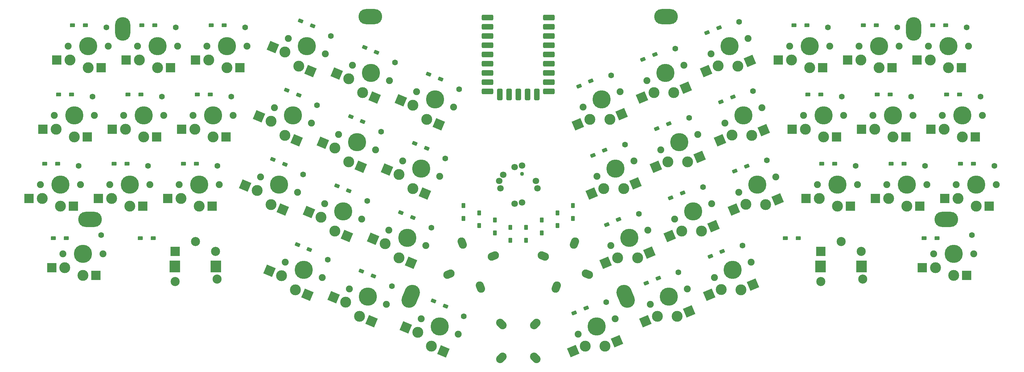
<source format=gbr>
%TF.GenerationSoftware,KiCad,Pcbnew,7.0.10*%
%TF.CreationDate,2025-01-07T08:37:08+09:00*%
%TF.ProjectId,editor,65646974-6f72-42e6-9b69-6361645f7063,rev?*%
%TF.SameCoordinates,Original*%
%TF.FileFunction,Soldermask,Bot*%
%TF.FilePolarity,Negative*%
%FSLAX46Y46*%
G04 Gerber Fmt 4.6, Leading zero omitted, Abs format (unit mm)*
G04 Created by KiCad (PCBNEW 7.0.10) date 2025-01-07 08:37:08*
%MOMM*%
%LPD*%
G01*
G04 APERTURE LIST*
G04 Aperture macros list*
%AMRoundRect*
0 Rectangle with rounded corners*
0 $1 Rounding radius*
0 $2 $3 $4 $5 $6 $7 $8 $9 X,Y pos of 4 corners*
0 Add a 4 corners polygon primitive as box body*
4,1,4,$2,$3,$4,$5,$6,$7,$8,$9,$2,$3,0*
0 Add four circle primitives for the rounded corners*
1,1,$1+$1,$2,$3*
1,1,$1+$1,$4,$5*
1,1,$1+$1,$6,$7*
1,1,$1+$1,$8,$9*
0 Add four rect primitives between the rounded corners*
20,1,$1+$1,$2,$3,$4,$5,0*
20,1,$1+$1,$4,$5,$6,$7,0*
20,1,$1+$1,$6,$7,$8,$9,0*
20,1,$1+$1,$8,$9,$2,$3,0*%
%AMHorizOval*
0 Thick line with rounded ends*
0 $1 width*
0 $2 $3 position (X,Y) of the first rounded end (center of the circle)*
0 $4 $5 position (X,Y) of the second rounded end (center of the circle)*
0 Add line between two ends*
20,1,$1,$2,$3,$4,$5,0*
0 Add two circle primitives to create the rounded ends*
1,1,$1,$2,$3*
1,1,$1,$4,$5*%
%AMRotRect*
0 Rectangle, with rotation*
0 The origin of the aperture is its center*
0 $1 length*
0 $2 width*
0 $3 Rotation angle, in degrees counterclockwise*
0 Add horizontal line*
21,1,$1,$2,0,0,$3*%
G04 Aperture macros list end*
%ADD10RoundRect,0.100000X0.600000X0.400000X-0.600000X0.400000X-0.600000X-0.400000X0.600000X-0.400000X0*%
%ADD11C,1.900000*%
%ADD12C,3.000000*%
%ADD13C,5.000000*%
%ADD14C,1.600000*%
%ADD15RotRect,2.600000X2.600000X22.619000*%
%ADD16R,2.600000X2.600000*%
%ADD17RoundRect,0.100000X-0.400000X0.600000X-0.400000X-0.600000X0.400000X-0.600000X0.400000X0.600000X0*%
%ADD18RoundRect,0.100000X0.400009X0.599994X-0.707690X0.138472X-0.400009X-0.599994X0.707690X-0.138472X0*%
%ADD19RotRect,2.600000X2.600000X337.381000*%
%ADD20RoundRect,0.100000X0.707690X0.138472X-0.400009X0.599994X-0.707690X-0.138472X0.400009X-0.599994X0*%
%ADD21R,2.500000X2.500000*%
%ADD22C,2.500000*%
%ADD23R,2.850000X3.300000*%
%ADD24HorizOval,2.200000X-0.457713X-0.188478X0.457713X0.188478X0*%
%ADD25HorizOval,2.200000X-0.188478X0.457713X0.188478X-0.457713X0*%
%ADD26HorizOval,2.200000X0.188478X-0.457713X-0.188478X0.457713X0*%
%ADD27HorizOval,2.200000X0.457713X0.188478X-0.457713X-0.188478X0*%
%ADD28O,6.500000X4.200000*%
%ADD29HorizOval,4.200000X0.442292X-1.061545X-0.442292X1.061545X0*%
%ADD30O,4.200000X6.500000*%
%ADD31C,1.100000*%
%ADD32C,1.800000*%
%ADD33RoundRect,0.400000X-1.200000X-0.400000X1.200000X-0.400000X1.200000X0.400000X-1.200000X0.400000X0*%
%ADD34RoundRect,0.400000X-0.400000X-1.200000X0.400000X-1.200000X0.400000X1.200000X-0.400000X1.200000X0*%
%ADD35HorizOval,2.200000X0.350018X-0.350018X-0.350018X0.350018X0*%
%ADD36HorizOval,2.200000X-0.350018X-0.350018X0.350018X0.350018X0*%
%ADD37HorizOval,2.200000X0.350018X0.350018X-0.350018X-0.350018X0*%
%ADD38HorizOval,2.200000X-0.350018X0.350018X0.350018X-0.350018X0*%
%ADD39HorizOval,2.200000X0.188470X0.457716X-0.188470X-0.457716X0*%
%ADD40HorizOval,2.200000X0.457716X-0.188470X-0.457716X0.188470X0*%
%ADD41HorizOval,2.200000X-0.457716X0.188470X0.457716X-0.188470X0*%
%ADD42HorizOval,2.200000X-0.188470X-0.457716X0.188470X0.457716X0*%
%ADD43HorizOval,4.200000X0.442292X1.061545X-0.442292X-1.061545X0*%
G04 APERTURE END LIST*
D10*
%TO.C,D34*%
X236780000Y-94900000D03*
X233230000Y-94900000D03*
%TD*%
D11*
%TO.C,SW32*%
X192862965Y-110142610D03*
D12*
X194785992Y-113458024D03*
D13*
X197939920Y-108027302D03*
D12*
X200209069Y-113473490D03*
D14*
X200574636Y-101350419D03*
D11*
X203016875Y-105911994D03*
D15*
X203509089Y-112098540D03*
X191485971Y-114832974D03*
%TD*%
D10*
%TO.C,D24*%
X271070000Y-75850000D03*
X267520000Y-75850000D03*
%TD*%
D11*
%TO.C,SW25*%
X18645000Y-100700000D03*
D12*
X19145000Y-104500000D03*
D13*
X24145000Y-100700000D03*
D12*
X24145000Y-106600000D03*
D14*
X29145000Y-95550000D03*
D11*
X29645000Y-100700000D03*
D16*
X27720000Y-106600000D03*
X15570000Y-104500000D03*
%TD*%
D17*
%TO.C,D52*%
X147725000Y-112425000D03*
X147725000Y-115975000D03*
%TD*%
D10*
%TO.C,D46*%
X264879000Y-115450000D03*
X261329000Y-115450000D03*
%TD*%
%TO.C,D26*%
X42470000Y-94900000D03*
X38920000Y-94900000D03*
%TD*%
D18*
%TO.C,D8*%
X187420572Y-64852144D03*
X184143628Y-66217480D03*
%TD*%
%TO.C,D9*%
X205005298Y-57525486D03*
X201728354Y-58890822D03*
%TD*%
D11*
%TO.C,SW40*%
X103473540Y-129357503D03*
D12*
X102473596Y-133057518D03*
D13*
X108550495Y-131472811D03*
D12*
X106281346Y-136918999D03*
D14*
X115146606Y-128641942D03*
D11*
X113627450Y-133588119D03*
D19*
X109581367Y-138293949D03*
X99173575Y-131682568D03*
%TD*%
D11*
%TO.C,SW34*%
X232005000Y-100700000D03*
D12*
X232505000Y-104500000D03*
D13*
X237505000Y-100700000D03*
D12*
X237505000Y-106600000D03*
D14*
X242505000Y-95550000D03*
D11*
X243005000Y-100700000D03*
D16*
X241080000Y-106600000D03*
X228930000Y-104500000D03*
%TD*%
D20*
%TO.C,D18*%
X124765972Y-90671188D03*
X121489028Y-89305852D03*
%TD*%
D10*
%TO.C,D1*%
X31040000Y-56800000D03*
X27490000Y-56800000D03*
%TD*%
D17*
%TO.C,D54*%
X139125000Y-108425000D03*
X139125000Y-111975000D03*
%TD*%
D11*
%TO.C,SW35*%
X251055000Y-100700000D03*
D12*
X251555000Y-104500000D03*
D13*
X256555000Y-100700000D03*
D12*
X256555000Y-106600000D03*
D14*
X261555000Y-95550000D03*
D11*
X262055000Y-100700000D03*
D16*
X260130000Y-106600000D03*
X247980000Y-104500000D03*
%TD*%
D21*
%TO.C,SW45*%
X232955000Y-119075000D03*
D22*
X244055000Y-119075000D03*
X232955000Y-127375000D03*
D23*
X232880000Y-123225000D03*
X244130000Y-123225000D03*
D22*
X244455000Y-126675000D03*
X238505000Y-116375000D03*
%TD*%
D11*
%TO.C,SW14*%
X41505000Y-81650000D03*
D12*
X42005000Y-85450000D03*
D13*
X47005000Y-81650000D03*
D12*
X47005000Y-87550000D03*
D14*
X52005000Y-76500000D03*
D11*
X52505000Y-81650000D03*
D16*
X50580000Y-87550000D03*
X38430000Y-85450000D03*
%TD*%
D18*
%TO.C,D43*%
X188299692Y-126398032D03*
X185022748Y-127763368D03*
%TD*%
D11*
%TO.C,SW18*%
X118127564Y-94188595D03*
D12*
X117127620Y-97888610D03*
D13*
X123204519Y-96303903D03*
D12*
X120935370Y-101750091D03*
D14*
X129800630Y-93473034D03*
D11*
X128281474Y-98419211D03*
D19*
X124235391Y-103125041D03*
X113827599Y-96513660D03*
%TD*%
D11*
%TO.C,SW39*%
X85888814Y-122030845D03*
D12*
X84888870Y-125730860D03*
D13*
X90965769Y-124146153D03*
D12*
X88696620Y-129592341D03*
D14*
X97561880Y-121315284D03*
D11*
X96042724Y-126261461D03*
D19*
X91996641Y-130967291D03*
X81588849Y-124355910D03*
%TD*%
D24*
%TO.C,SW47*%
X143032571Y-120311642D03*
D25*
X134447902Y-116734849D03*
D26*
X139455778Y-128896311D03*
D27*
X130871109Y-125319518D03*
%TD*%
D11*
%TO.C,SW6*%
X121937276Y-75138537D03*
D12*
X120937332Y-78838552D03*
D13*
X127014231Y-77253845D03*
D12*
X124745082Y-82700033D03*
D14*
X133610342Y-74422976D03*
D11*
X132091186Y-79369153D03*
D19*
X128045103Y-84074983D03*
X117637311Y-77463602D03*
%TD*%
D20*
%TO.C,D30*%
X120956260Y-109721245D03*
X117679316Y-108355909D03*
%TD*%
D11*
%TO.C,SW13*%
X22455000Y-81650000D03*
D12*
X22955000Y-85450000D03*
D13*
X27955000Y-81650000D03*
D12*
X27955000Y-87550000D03*
D14*
X32955000Y-76500000D03*
D11*
X33455000Y-81650000D03*
D16*
X31530000Y-87550000D03*
X19380000Y-85450000D03*
%TD*%
D11*
%TO.C,SW17*%
X100542838Y-86861937D03*
D12*
X99542894Y-90561952D03*
D13*
X105619793Y-88977245D03*
D12*
X103350644Y-94423433D03*
D14*
X112215904Y-86146376D03*
D11*
X110696748Y-91092553D03*
D19*
X106650665Y-95798383D03*
X96242873Y-89187002D03*
%TD*%
D11*
%TO.C,SW9*%
X202828266Y-64715838D03*
D12*
X204751293Y-68031252D03*
D13*
X207905221Y-62600530D03*
D12*
X210174370Y-68046718D03*
D14*
X210539937Y-55923647D03*
D11*
X212982176Y-60485222D03*
D15*
X213474390Y-66671768D03*
X201451272Y-69406202D03*
%TD*%
D28*
%TO.C,H2*%
X109280430Y-54413088D03*
%TD*%
D17*
%TO.C,D47*%
X134825000Y-106425000D03*
X134825000Y-109975000D03*
%TD*%
D10*
%TO.C,D45*%
X226779000Y-115450000D03*
X223229000Y-115450000D03*
%TD*%
D11*
%TO.C,SW11*%
X243435000Y-62600000D03*
D12*
X243935000Y-66400000D03*
D13*
X248935000Y-62600000D03*
D12*
X248935000Y-68500000D03*
D14*
X253935000Y-57450000D03*
D11*
X254435000Y-62600000D03*
D16*
X252510000Y-68500000D03*
X240360000Y-66400000D03*
%TD*%
D11*
%TO.C,SW30*%
X114317851Y-113238652D03*
D12*
X113317907Y-116938667D03*
D13*
X119394806Y-115353960D03*
D12*
X117125657Y-120800148D03*
D14*
X125990917Y-112523091D03*
D11*
X124471761Y-117469268D03*
D19*
X120425678Y-122175098D03*
X110017886Y-115563717D03*
%TD*%
D17*
%TO.C,D53*%
X152025000Y-112425000D03*
X152025000Y-115975000D03*
%TD*%
D10*
%TO.C,D14*%
X46280000Y-75850000D03*
X42730000Y-75850000D03*
%TD*%
D11*
%TO.C,SW43*%
X186122549Y-133588120D03*
D12*
X188045576Y-136903534D03*
D13*
X191199504Y-131472812D03*
D12*
X193468653Y-136919000D03*
D14*
X193834220Y-124795929D03*
D11*
X196276459Y-129357504D03*
D15*
X196768673Y-135544050D03*
X184745555Y-138278484D03*
%TD*%
D10*
%TO.C,D23*%
X252020000Y-75850000D03*
X248470000Y-75850000D03*
%TD*%
D11*
%TO.C,SW21*%
X206637979Y-83765895D03*
D12*
X208561006Y-87081309D03*
D13*
X211714934Y-81650587D03*
D12*
X213984083Y-87096775D03*
D14*
X214349650Y-74973704D03*
D11*
X216791889Y-79535279D03*
D15*
X217284103Y-85721825D03*
X205260985Y-88456259D03*
%TD*%
D10*
%TO.C,D10*%
X229160000Y-56800000D03*
X225610000Y-56800000D03*
%TD*%
D29*
%TO.C,H7*%
X179390407Y-131422164D03*
%TD*%
D10*
%TO.C,D3*%
X69140000Y-56800000D03*
X65590000Y-56800000D03*
%TD*%
D18*
%TO.C,D31*%
X177455270Y-110278916D03*
X174178326Y-111644252D03*
%TD*%
D11*
%TO.C,SW12*%
X262485000Y-62600000D03*
D12*
X262985000Y-66400000D03*
D13*
X267985000Y-62600000D03*
D12*
X267985000Y-68500000D03*
D14*
X272985000Y-57450000D03*
D11*
X273485000Y-62600000D03*
D16*
X271560000Y-68500000D03*
X259410000Y-66400000D03*
%TD*%
D18*
%TO.C,D21*%
X208815010Y-76575544D03*
X205538066Y-77940880D03*
%TD*%
D11*
%TO.C,SW44*%
X203707275Y-126261462D03*
D12*
X205630302Y-129576876D03*
D13*
X208784230Y-124146154D03*
D12*
X211053379Y-129592342D03*
D14*
X211418946Y-117469271D03*
D11*
X213861185Y-122030846D03*
D15*
X214353399Y-128217392D03*
X202330281Y-130951826D03*
%TD*%
D20*
%TO.C,D39*%
X92527223Y-118513438D03*
X89250279Y-117148102D03*
%TD*%
D30*
%TO.C,H4*%
X258460000Y-57837500D03*
%TD*%
D11*
%TO.C,SW41*%
X123256122Y-137600557D03*
D12*
X122256178Y-141300572D03*
D13*
X128333077Y-139715865D03*
D12*
X126063928Y-145162053D03*
D14*
X134929188Y-136884996D03*
D11*
X133410032Y-141831173D03*
D19*
X129363949Y-146537003D03*
X118956157Y-139925622D03*
%TD*%
D11*
%TO.C,SW3*%
X64365000Y-62600000D03*
D12*
X64865000Y-66400000D03*
D13*
X69865000Y-62600000D03*
D12*
X69865000Y-68500000D03*
D14*
X74865000Y-57450000D03*
D11*
X75365000Y-62600000D03*
D16*
X73440000Y-68500000D03*
X61290000Y-66400000D03*
%TD*%
D11*
%TO.C,SW42*%
X166339968Y-141831173D03*
D12*
X168262995Y-145146587D03*
D13*
X171416923Y-139715865D03*
D12*
X173686072Y-145162053D03*
D14*
X174051639Y-133038982D03*
D11*
X176493878Y-137600557D03*
D15*
X176986092Y-143787103D03*
X164962974Y-146521537D03*
%TD*%
D20*
%TO.C,D16*%
X89596520Y-76017872D03*
X86319576Y-74652536D03*
%TD*%
D18*
%TO.C,D32*%
X195039996Y-102952259D03*
X191763052Y-104317595D03*
%TD*%
D10*
%TO.C,D12*%
X267260000Y-56800000D03*
X263710000Y-56800000D03*
%TD*%
D20*
%TO.C,D17*%
X107181246Y-83344530D03*
X103904302Y-81979194D03*
%TD*%
D11*
%TO.C,SW26*%
X37695000Y-100700000D03*
D12*
X38195000Y-104500000D03*
D13*
X43195000Y-100700000D03*
D12*
X43195000Y-106600000D03*
D14*
X48195000Y-95550000D03*
D11*
X48695000Y-100700000D03*
D16*
X46770000Y-106600000D03*
X34620000Y-104500000D03*
%TD*%
D20*
%TO.C,D4*%
X93406233Y-56967815D03*
X90129289Y-55602479D03*
%TD*%
D31*
%TO.C,SW50*%
X150875000Y-97700000D03*
D32*
X150875000Y-105547938D03*
X154722938Y-99700000D03*
X148875000Y-95852062D03*
X150875000Y-95444289D03*
X145027062Y-101700000D03*
X145725000Y-98001850D03*
X148875000Y-105955711D03*
X155130711Y-101700000D03*
X144619289Y-99700000D03*
%TD*%
D10*
%TO.C,D13*%
X27230000Y-75850000D03*
X23680000Y-75850000D03*
%TD*%
D11*
%TO.C,SW2*%
X45315000Y-62600000D03*
D12*
X45815000Y-66400000D03*
D13*
X50815000Y-62600000D03*
D12*
X50815000Y-68500000D03*
D14*
X55815000Y-57450000D03*
D11*
X56315000Y-62600000D03*
D16*
X54390000Y-68500000D03*
X42240000Y-66400000D03*
%TD*%
D17*
%TO.C,D48*%
X164925000Y-106425000D03*
X164925000Y-109975000D03*
%TD*%
D10*
%TO.C,D37*%
X25801000Y-115450000D03*
X22251000Y-115450000D03*
%TD*%
D11*
%TO.C,SW10*%
X224385000Y-62600000D03*
D12*
X224885000Y-66400000D03*
D13*
X229885000Y-62600000D03*
D12*
X229885000Y-68500000D03*
D14*
X234885000Y-57450000D03*
D11*
X235385000Y-62600000D03*
D16*
X233460000Y-68500000D03*
X221310000Y-66400000D03*
%TD*%
D11*
%TO.C,SW1*%
X26265000Y-62600000D03*
D12*
X26765000Y-66400000D03*
D13*
X31765000Y-62600000D03*
D12*
X31765000Y-68500000D03*
D14*
X36765000Y-57450000D03*
D11*
X37265000Y-62600000D03*
D16*
X35340000Y-68500000D03*
X23190000Y-66400000D03*
%TD*%
D10*
%TO.C,D35*%
X255830000Y-94900000D03*
X252280000Y-94900000D03*
%TD*%
D11*
%TO.C,SW4*%
X86767824Y-60485222D03*
D12*
X85767880Y-64185237D03*
D13*
X91844779Y-62600530D03*
D12*
X89575630Y-68046718D03*
D14*
X98440890Y-59769661D03*
D11*
X96921734Y-64715838D03*
D19*
X92875651Y-69421668D03*
X82467859Y-62810287D03*
%TD*%
D11*
%TO.C,SW46*%
X263914000Y-119750000D03*
D12*
X264414000Y-123550000D03*
D13*
X269414000Y-119750000D03*
D12*
X269414000Y-125650000D03*
D14*
X274414000Y-114600000D03*
D11*
X274914000Y-119750000D03*
D16*
X272989000Y-125650000D03*
X260839000Y-123550000D03*
%TD*%
D10*
%TO.C,D22*%
X232970000Y-75850000D03*
X229420000Y-75850000D03*
%TD*%
D11*
%TO.C,SW20*%
X189053253Y-91092553D03*
D12*
X190976280Y-94407967D03*
D13*
X194130208Y-88977245D03*
D12*
X196399357Y-94423433D03*
D14*
X196764924Y-82300362D03*
D11*
X199207163Y-86861937D03*
D15*
X199699377Y-93048483D03*
X187676259Y-95782917D03*
%TD*%
D11*
%TO.C,SW28*%
X79148399Y-98585337D03*
D12*
X78148455Y-102285352D03*
D13*
X84225354Y-100700645D03*
D12*
X81956205Y-106146833D03*
D14*
X90821465Y-97869776D03*
D11*
X89302309Y-102815953D03*
D19*
X85256226Y-107521783D03*
X74848434Y-100910402D03*
%TD*%
D20*
%TO.C,D29*%
X103371534Y-102394588D03*
X100094590Y-101029252D03*
%TD*%
D11*
%TO.C,SW15*%
X60555000Y-81650000D03*
D12*
X61055000Y-85450000D03*
D13*
X66055000Y-81650000D03*
D12*
X66055000Y-87550000D03*
D14*
X71055000Y-76500000D03*
D11*
X71555000Y-81650000D03*
D16*
X69630000Y-87550000D03*
X57480000Y-85450000D03*
%TD*%
D11*
%TO.C,SW37*%
X24836000Y-119750000D03*
D12*
X25336000Y-123550000D03*
D13*
X30336000Y-119750000D03*
D12*
X30336000Y-125650000D03*
D14*
X35336000Y-114600000D03*
D11*
X35836000Y-119750000D03*
D16*
X33911000Y-125650000D03*
X21761000Y-123550000D03*
%TD*%
D18*
%TO.C,D19*%
X173645558Y-91228859D03*
X170368614Y-92594195D03*
%TD*%
D10*
%TO.C,D11*%
X248210000Y-56800000D03*
X244660000Y-56800000D03*
%TD*%
D18*
%TO.C,D44*%
X205884307Y-119071109D03*
X202607363Y-120436445D03*
%TD*%
D11*
%TO.C,SW29*%
X96733125Y-105911994D03*
D12*
X95733181Y-109612009D03*
D13*
X101810080Y-108027302D03*
D12*
X99540931Y-113473490D03*
D14*
X108406191Y-105196433D03*
D11*
X106887035Y-110142610D03*
D19*
X102840952Y-114848440D03*
X92433160Y-108237059D03*
%TD*%
D10*
%TO.C,D2*%
X50090000Y-56800000D03*
X46540000Y-56800000D03*
%TD*%
D14*
%TO.C,U1*%
X157495000Y-54734231D03*
D33*
X158295000Y-54734231D03*
D14*
X157495000Y-57274231D03*
D33*
X158295000Y-57274231D03*
D14*
X157495000Y-59814231D03*
D33*
X158295000Y-59814231D03*
D14*
X157495000Y-62354231D03*
D33*
X158295000Y-62354231D03*
D14*
X157495000Y-64894231D03*
D33*
X158295000Y-64894231D03*
D14*
X157495000Y-67434231D03*
D33*
X158295000Y-67434231D03*
D14*
X157495000Y-69974231D03*
D33*
X158295000Y-69974231D03*
D14*
X157495000Y-72514231D03*
D33*
X158295000Y-72514231D03*
D14*
X157495000Y-75054231D03*
D33*
X158295000Y-75054231D03*
D14*
X154955000Y-75054231D03*
D34*
X154955000Y-75854231D03*
D14*
X152415000Y-75054231D03*
D34*
X152415000Y-75854231D03*
D14*
X149875000Y-75054231D03*
D34*
X149875000Y-75854231D03*
D14*
X147335000Y-75054231D03*
D34*
X147335000Y-75854231D03*
D14*
X144795000Y-75054231D03*
D34*
X144795000Y-75854231D03*
D33*
X141455000Y-75054231D03*
D14*
X142255000Y-75054231D03*
D33*
X141455000Y-72514231D03*
D14*
X142255000Y-72514231D03*
D33*
X141455000Y-69974231D03*
D14*
X142255000Y-69974231D03*
D33*
X141455000Y-67434231D03*
D14*
X142255000Y-67434231D03*
D33*
X141455000Y-64894231D03*
D14*
X142255000Y-64894231D03*
D33*
X141455000Y-62354231D03*
D14*
X142255000Y-62354231D03*
D33*
X141455000Y-59814231D03*
D14*
X142255000Y-59814231D03*
D33*
X141455000Y-57274231D03*
D14*
X142255000Y-57274231D03*
D33*
X141455000Y-54734231D03*
D14*
X142255000Y-54734231D03*
%TD*%
D28*
%TO.C,H3*%
X190469570Y-54413088D03*
%TD*%
D20*
%TO.C,D41*%
X129894530Y-134083150D03*
X126617586Y-132717814D03*
%TD*%
%TO.C,D40*%
X110111839Y-125840362D03*
X106834895Y-124475026D03*
%TD*%
D35*
%TO.C,SW49*%
X145225000Y-139050000D03*
D36*
X145225000Y-148350000D03*
D37*
X154525000Y-139050000D03*
D38*
X154525000Y-148350000D03*
%TD*%
D11*
%TO.C,SW5*%
X104352550Y-67811879D03*
D12*
X103352606Y-71511894D03*
D13*
X109429505Y-69927187D03*
D12*
X107160356Y-75373375D03*
D14*
X116025616Y-67096318D03*
D11*
X114506460Y-72042495D03*
D19*
X110460377Y-76748325D03*
X100052585Y-70136944D03*
%TD*%
D10*
%TO.C,D15*%
X65330000Y-75850000D03*
X61780000Y-75850000D03*
%TD*%
D18*
%TO.C,D20*%
X191230284Y-83902201D03*
X187953340Y-85267537D03*
%TD*%
D11*
%TO.C,SW36*%
X270105000Y-100700000D03*
D12*
X270605000Y-104500000D03*
D13*
X275605000Y-100700000D03*
D12*
X275605000Y-106600000D03*
D14*
X280605000Y-95550000D03*
D11*
X281105000Y-100700000D03*
D16*
X279180000Y-106600000D03*
X267030000Y-104500000D03*
%TD*%
D30*
%TO.C,H1*%
X41290000Y-57837500D03*
%TD*%
D11*
%TO.C,SW8*%
X185243540Y-72042495D03*
D12*
X187166567Y-75357909D03*
D13*
X190320495Y-69927187D03*
D12*
X192589644Y-75373375D03*
D14*
X192955211Y-63250304D03*
D11*
X195397450Y-67811879D03*
D15*
X195889664Y-73998425D03*
X183866546Y-76732859D03*
%TD*%
D20*
%TO.C,D28*%
X85786808Y-95067930D03*
X82509864Y-93702594D03*
%TD*%
D10*
%TO.C,D38*%
X49613500Y-115450000D03*
X46063500Y-115450000D03*
%TD*%
D11*
%TO.C,SW31*%
X175278239Y-117469268D03*
D12*
X177201266Y-120784682D03*
D13*
X180355194Y-115353960D03*
D12*
X182624343Y-120800148D03*
D14*
X182989910Y-108677077D03*
D11*
X185432149Y-113238652D03*
D15*
X185924363Y-119425198D03*
X173901245Y-122159632D03*
%TD*%
D28*
%TO.C,H5*%
X32336000Y-110225000D03*
%TD*%
D10*
%TO.C,D36*%
X274880000Y-94900000D03*
X271330000Y-94900000D03*
%TD*%
%TO.C,D25*%
X23420000Y-94900000D03*
X19870000Y-94900000D03*
%TD*%
D20*
%TO.C,D6*%
X128575685Y-71621130D03*
X125298741Y-70255794D03*
%TD*%
D11*
%TO.C,SW24*%
X266295000Y-81650000D03*
D12*
X266795000Y-85450000D03*
D13*
X271795000Y-81650000D03*
D12*
X271795000Y-87550000D03*
D14*
X276795000Y-76500000D03*
D11*
X277295000Y-81650000D03*
D16*
X275370000Y-87550000D03*
X263220000Y-85450000D03*
%TD*%
D17*
%TO.C,D49*%
X160625000Y-108425000D03*
X160625000Y-111975000D03*
%TD*%
D18*
%TO.C,D7*%
X169835846Y-72178801D03*
X166558902Y-73544137D03*
%TD*%
D11*
%TO.C,SW22*%
X228195000Y-81650000D03*
D12*
X228695000Y-85450000D03*
D13*
X233695000Y-81650000D03*
D12*
X233695000Y-87550000D03*
D14*
X238695000Y-76500000D03*
D11*
X239195000Y-81650000D03*
D16*
X237270000Y-87550000D03*
X225120000Y-85450000D03*
%TD*%
D11*
%TO.C,SW33*%
X210447691Y-102815953D03*
D12*
X212370718Y-106131367D03*
D13*
X215524646Y-100700645D03*
D12*
X217793795Y-106146833D03*
D14*
X218159362Y-94023762D03*
D11*
X220601601Y-98585337D03*
D15*
X221093815Y-104771883D03*
X209070697Y-107506317D03*
%TD*%
D17*
%TO.C,D51*%
X143425000Y-110425000D03*
X143425000Y-113975000D03*
%TD*%
D28*
%TO.C,H8*%
X267414000Y-110225000D03*
%TD*%
D39*
%TO.C,SW48*%
X160294328Y-128896355D03*
D40*
X168878935Y-125319412D03*
D41*
X156717385Y-120311748D03*
D42*
X165301992Y-116734805D03*
%TD*%
D10*
%TO.C,D27*%
X61520000Y-94900000D03*
X57970000Y-94900000D03*
%TD*%
D11*
%TO.C,SW27*%
X56745000Y-100700000D03*
D12*
X57245000Y-104500000D03*
D13*
X62245000Y-100700000D03*
D12*
X62245000Y-106600000D03*
D14*
X67245000Y-95550000D03*
D11*
X67745000Y-100700000D03*
D16*
X65820000Y-106600000D03*
X53670000Y-104500000D03*
%TD*%
D11*
%TO.C,SW7*%
X167658814Y-79369153D03*
D12*
X169581841Y-82684567D03*
D13*
X172735769Y-77253845D03*
D12*
X175004918Y-82700033D03*
D14*
X175370485Y-70576962D03*
D11*
X177812724Y-75138537D03*
D15*
X178304938Y-81325083D03*
X166281820Y-84059517D03*
%TD*%
D18*
%TO.C,D42*%
X168517000Y-134640821D03*
X165240056Y-136006157D03*
%TD*%
D43*
%TO.C,H6*%
X120359593Y-131422164D03*
%TD*%
D11*
%TO.C,SW16*%
X82958112Y-79535279D03*
D12*
X81958168Y-83235294D03*
D13*
X88035067Y-81650587D03*
D12*
X85765918Y-87096775D03*
D14*
X94631178Y-78819718D03*
D11*
X93112022Y-83765895D03*
D19*
X89065939Y-88471725D03*
X78658147Y-81860344D03*
%TD*%
D11*
%TO.C,SW23*%
X247245000Y-81650000D03*
D12*
X247745000Y-85450000D03*
D13*
X252745000Y-81650000D03*
D12*
X252745000Y-87550000D03*
D14*
X257745000Y-76500000D03*
D11*
X258245000Y-81650000D03*
D16*
X256320000Y-87550000D03*
X244170000Y-85450000D03*
%TD*%
D17*
%TO.C,D50*%
X156325000Y-110425000D03*
X156325000Y-113975000D03*
%TD*%
D21*
%TO.C,SW38*%
X55695000Y-119075000D03*
D22*
X66795000Y-119075000D03*
X55695000Y-127375000D03*
D23*
X55620000Y-123225000D03*
X66870000Y-123225000D03*
D22*
X67195000Y-126675000D03*
X61245000Y-116375000D03*
%TD*%
D20*
%TO.C,D5*%
X110990959Y-64294473D03*
X107714015Y-62929137D03*
%TD*%
D11*
%TO.C,SW19*%
X171468527Y-98419211D03*
D12*
X173391554Y-101734625D03*
D13*
X176545482Y-96303903D03*
D12*
X178814631Y-101750091D03*
D14*
X179180198Y-89627020D03*
D11*
X181622437Y-94188595D03*
D15*
X182114651Y-100375141D03*
X170091533Y-103109575D03*
%TD*%
D18*
%TO.C,D33*%
X212624722Y-95625601D03*
X209347778Y-96990937D03*
%TD*%
M02*

</source>
